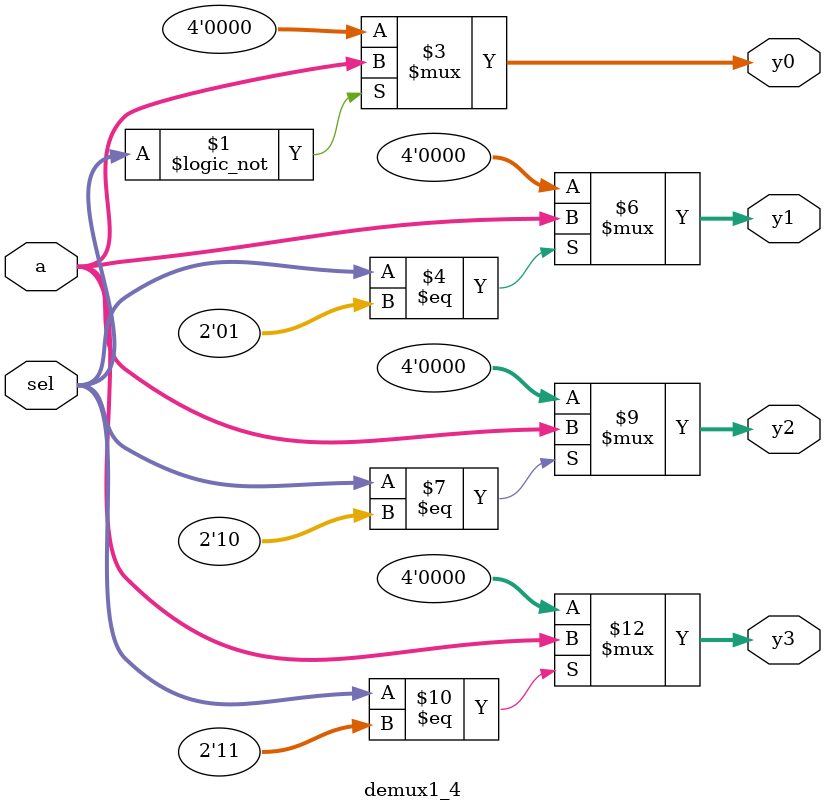
<source format=v>
module demux1_4(
	input[3:0] a,
	input[1:0] sel,
	output[3:0] y0,y1,y2,y3
);
assign y0 = (sel==2'b00)?a:1'b0;
assign y1 = (sel==2'b01)?a:1'b0;
assign y2 = (sel==2'b10)?a:1'b0;
assign y3 = (sel==2'b11)?a:1'b0;
endmodule

</source>
